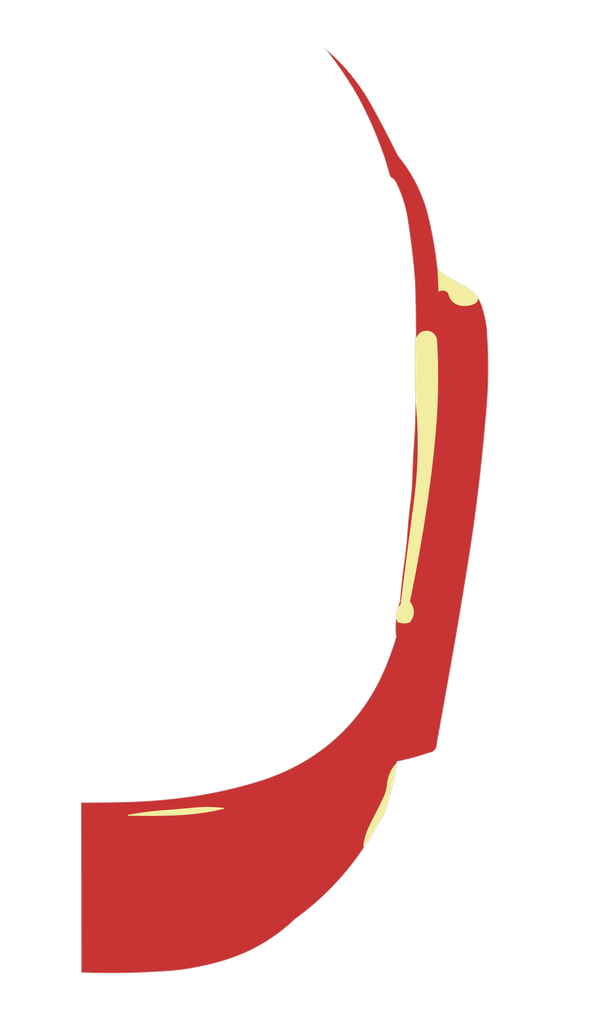
<source format=kicad_pcb>
(kicad_pcb (version 20211014) (generator pcbnew)
  (layers (0 "F.Cu" signal) (31 "B.Cu" signal) (34 "B.Paste" user) (35 "F.Paste" user) (36 "B.SilkS" user "B.Silkscreen") (37 "F.SilkS" user "F.Silkscreen") (38 "B.Mask" user) (39 "F.Mask" user) (44 "Edge.Cuts" user))
  (net 0 "")
  (gr_curve (pts (xy 328.558333 163.752777) (xy 328.754919 163.636107) (xy 329.42977 163.268688) (xy 330.322222 163.4)) (layer "F.SilkS") (width 0.2))
  (gr_curve (pts (xy 331.733333 158.461111) (xy 330.397584 157.505043) (xy 329.22427 156.547371) (xy 328.205555 155.638889)) (layer "F.SilkS") (width 0.2))
  (gr_curve (pts (xy 309.158333 352.052777) (xy 306.574361 356.871222) (xy 303.681988 361.580883) (xy 301.358333 365.152777)) (layer "F.SilkS") (width 0.35))
  (gr_curve (pts (xy 313.741667 283.697222) (xy 313.506496 283.109252) (xy 313.271282 282.521303) (xy 313.036111 281.933333)) (layer "F.SilkS") (width 0.2))
  (gr_curve (pts (xy 342.669444 166.927777) (xy 342.971149 165.810253) (xy 341.400616 164.44424) (xy 340.2 163.4)) (layer "F.SilkS") (width 0.2))
  (gr_curve (pts (xy 245.126389 350.901389) (xy 241.770241 350.84265) (xy 239.952415 351.12476) (xy 234.543055 351.606944)) (layer "F.SilkS") (width 0.35))
  (gr_curve (pts (xy 328.205555 198.677777) (xy 328.118868 204.771172) (xy 327.753602 214.718142) (xy 325.383333 232.897222)) (layer "F.SilkS") (width 0.2))
  (gr_curve (pts (xy 332.086111 164.458333) (xy 332.251389 165.243718) (xy 332.670873 166.617827) (xy 333.85 167.633333)) (layer "F.SilkS") (width 0.2))
  (gr_curve (pts (xy 323.266667 178.216666) (xy 324.20567 178.010154) (xy 325.43488 178.131497) (xy 326.441667 178.922222)) (layer "F.SilkS") (width 0.2))
  (gr_curve (pts (xy 237.0125 353.370833) (xy 238.875285 353.218474) (xy 240.540235 353.018055) (xy 240.540278 353.018055)) (layer "F.SilkS") (width 0.35))
  (gr_curve (pts (xy 320.444444 205.733333) (xy 320.020568 201.524707) (xy 319.749095 196.921349) (xy 319.738889 191.975)) (layer "F.SilkS") (width 0.2))
  (gr_curve (pts (xy 319.386111 279.463889) (xy 319.607975 281.794991) (xy 318.224597 283.414789) (xy 317.975 283.697222)) (layer "F.SilkS") (width 0.2))
  (gr_curve (pts (xy 301.923611 361.8375) (xy 302.785057 358.760276) (xy 303.842788 356.889309) (xy 305.098611 354.429166)) (layer "F.SilkS") (width 0.35))
  (gr_curve (pts (xy 326.441667 178.922222) (xy 327.593405 179.826786) (xy 327.810791 181.102052) (xy 327.852778 181.391666)) (layer "F.SilkS") (width 0.2))
  (gr_curve (pts (xy 320.797222 227.252777) (xy 321.256583 218.160471) (xy 320.860999 210.68723) (xy 320.444444 205.733333)) (layer "F.SilkS") (width 0.2))
  (gr_curve (pts (xy 215.845833 353.723611) (xy 218.820436 353.784417) (xy 229.645099 353.973423) (xy 237.0125 353.370833)) (layer "F.SilkS") (width 0.35))
  (gr_curve (pts (xy 333.85 167.633333) (xy 336.737593 170.120261) (xy 342.181619 168.734665) (xy 342.669444 166.927777)) (layer "F.SilkS") (width 0.2))
  (gr_curve (pts (xy 318.680555 247.008333) (xy 319.830614 238.341205) (xy 320.464168 233.845032) (xy 320.797222 227.252777)) (layer "F.SilkS") (width 0.2))
  (gr_curve (pts (xy 301.358333 365.152777) (xy 301.343672 364.254449) (xy 301.557096 363.146722) (xy 301.923611 361.8375)) (layer "F.SilkS") (width 0.35))
  (gr_curve (pts (xy 313.2125 335.026389) (xy 312.621709 339.270983) (xy 311.440429 344.791383) (xy 309.158333 352.052777)) (layer "F.SilkS") (width 0.35))
  (gr_curve (pts (xy 313.741667 278.758333) (xy 314.07541 278.137807) (xy 314.469228 277.674032) (xy 314.8 277.347222)) (layer "F.SilkS") (width 0.2))
  (gr_curve (pts (xy 317.975 283.697222) (xy 317.442819 283.883494) (xy 316.577368 284.109277) (xy 315.505555 284.05)) (layer "F.SilkS") (width 0.2))
  (gr_curve (pts (xy 340.2 163.4) (xy 338.46815 161.893696) (xy 336.671791 161.233078) (xy 335.613889 160.930555)) (layer "F.SilkS") (width 0.2))
  (gr_curve (pts (xy 320.091667 181.744444) (xy 320.422396 179.960735) (xy 321.679769 178.565655) (xy 323.266667 178.216666)) (layer "F.SilkS") (width 0.2))
  (gr_curve (pts (xy 225.723611 352.3125) (xy 221.535085 352.757735) (xy 218.128317 353.311685) (xy 215.845833 353.723611)) (layer "F.SilkS") (width 0.35))
  (gr_curve (pts (xy 313.036111 281.933333) (xy 313.007388 281.300081) (xy 313.043087 280.057242) (xy 313.741667 278.758333)) (layer "F.SilkS") (width 0.2))
  (gr_curve (pts (xy 328.205555 155.638889) (xy 328.323162 158.343515) (xy 328.440726 161.048151) (xy 328.558333 163.752777)) (layer "F.SilkS") (width 0.2))
  (gr_curve (pts (xy 309.684722 344.198611) (xy 310.020404 342.175048) (xy 310.006752 340.099507) (xy 311.448611 337.495833)) (layer "F.SilkS") (width 0.35))
  (gr_curve (pts (xy 325.383333 232.897222) (xy 323.915378 244.155794) (xy 321.635199 258.903193) (xy 317.975 276.288889)) (layer "F.SilkS") (width 0.2))
  (gr_curve (pts (xy 234.543055 351.606944) (xy 228.698106 352.127972) (xy 229.193726 351.943616) (xy 225.723611 352.3125)) (layer "F.SilkS") (width 0.35))
  (gr_curve (pts (xy 319.738889 191.975) (xy 319.731439 188.366327) (xy 319.863817 184.948846) (xy 320.091667 181.744444)) (layer "F.SilkS") (width 0.2))
  (gr_curve (pts (xy 314.8 277.347222) (xy 316.422338 264.200005) (xy 317.774668 253.835285) (xy 318.680555 247.008333)) (layer "F.SilkS") (width 0.2))
  (gr_curve (pts (xy 317.975 276.288889) (xy 318.31895 276.670993) (xy 319.225914 277.781002) (xy 319.386111 279.463889)) (layer "F.SilkS") (width 0.2))
  (gr_curve (pts (xy 305.098611 354.429166) (xy 307.951839 348.839693) (xy 309.37841 346.044945) (xy 309.684722 344.198611)) (layer "F.SilkS") (width 0.35))
  (gr_curve (pts (xy 240.540278 353.018055) (xy 244.735801 352.513026) (xy 248.129392 351.801334) (xy 250.418055 351.254166)) (layer "F.SilkS") (width 0.35))
  (gr_curve (pts (xy 327.852778 181.391666) (xy 328.085838 185.606762) (xy 328.306884 191.555495) (xy 328.205555 198.677777)) (layer "F.SilkS") (width 0.2))
  (gr_curve (pts (xy 335.613889 160.930555) (xy 334.404876 160.250709) (xy 333.095309 159.435954) (xy 331.733333 158.461111)) (layer "F.SilkS") (width 0.2))
  (gr_curve (pts (xy 315.505555 284.05) (xy 314.779631 284.009843) (xy 314.178634 283.85111) (xy 313.741667 283.697222)) (layer "F.SilkS") (width 0.2))
  (gr_curve (pts (xy 330.322222 163.4) (xy 331.385637 163.556461) (xy 331.971432 164.305306) (xy 332.086111 164.458333)) (layer "F.SilkS") (width 0.2))
  (gr_curve (pts (xy 250.418055 351.254166) (xy 249.198061 351.112013) (xy 247.362686 350.940512) (xy 245.126389 350.901389)) (layer "F.SilkS") (width 0.35))
  (gr_curve (pts (xy 311.448611 337.495833) (xy 312.065886 336.381215) (xy 312.736474 335.555125) (xy 313.2125 335.026389)) (layer "F.SilkS") (width 0.35))
  (gr_curve (pts (xy 345.497222 211.151389) (xy 344.825816 219.084711) (xy 343.740654 230.246799) (xy 341.969444 243.606944)) (layer "Edge.Cuts") (width 0.2))
  (gr_curve (pts (xy 319.391667 332.859722) (xy 317.288177 333.436732) (xy 315.281711 333.89915) (xy 313.394444 334.270833)) (layer "Edge.Cuts") (width 0.2))
  (gr_curve (pts (xy 267.533333 339.915277) (xy 272.38252 338.077857) (xy 284.986532 333.137612) (xy 296.108333 320.865277)) (layer "Edge.Cuts") (width 0.2))
  (gr_curve (pts (xy 321.155555 126.131944) (xy 322.599653 129.190543) (xy 323.611306 132.065475) (xy 324.330555 134.598611)) (layer "Edge.Cuts") (width 0.2))
  (gr_curve (pts (xy 305.633333 106.729166) (xy 303.602363 101.793066) (xy 301.438714 97.322446) (xy 299.283333 93.323611)) (layer "Edge.Cuts") (width 0.2))
  (gr_curve (pts (xy 315.511111 265.479166) (xy 316.001951 261.440524) (xy 316.160339 260.952311) (xy 316.569444 257.365277)) (layer "Edge.Cuts") (width 0.2))
  (gr_curve (pts (xy 312.336111 340.620833) (xy 311.821155 342.855494) (xy 311.204742 344.861379) (xy 310.572222 346.618055)) (layer "Edge.Cuts") (width 0.2))
  (gr_curve (pts (xy 324.330555 134.598611) (xy 324.828544 136.534873) (xy 325.30134 138.534406) (xy 325.741667 140.595833)) (layer "Edge.Cuts") (width 0.2))
  (gr_line (start 198.8 410.8) (end 198.7 349.0875) (layer "Edge.Cuts") (width 0.1))
  (gr_curve (pts (xy 226.611111 410.470833) (xy 224.299495 410.616948) (xy 221.94727 410.735545) (xy 219.555556 410.823611)) (layer "Edge.Cuts") (width 0.2))
  (gr_curve (pts (xy 319.920833 160.880555) (xy 319.920833 160.880523) (xy 319.491187 152.098759) (xy 317.275 137.773611)) (layer "Edge.Cuts") (width 0.2))
  (gr_curve (pts (xy 317.275 137.773611) (xy 317.146541 136.943192) (xy 316.909992 135.479479) (xy 316.442493 133.594473)) (layer "Edge.Cuts") (width 0.2))
  (gr_curve (pts (xy 341.969444 164.9375) (xy 343.766923 167.049612) (xy 344.352245 169.300035) (xy 345.144444 172.345833)) (layer "Edge.Cuts") (width 0.2))
  (gr_curve (pts (xy 313.394444 334.270833) (xy 313.195878 336.176488) (xy 312.867862 338.313394) (xy 312.336111 340.620833)) (layer "Edge.Cuts") (width 0.2))
  (gr_curve (pts (xy 314.452778 276.0625) (xy 314.639545 273.669278) (xy 314.96248 269.993361) (xy 315.511111 265.479166)) (layer "Edge.Cuts") (width 0.2))
  (gr_curve (pts (xy 316.442493 133.594473) (xy 316.200087 132.617105) (xy 315.895928 131.532637) (xy 315.511111 130.365277)) (layer "Edge.Cuts") (width 0.2))
  (gr_curve (pts (xy 313.041667 124.368055) (xy 312.900116 124.072638) (xy 312.678984 123.692752) (xy 312.336111 123.309722)) (layer "Edge.Cuts") (width 0.2))
  (gr_curve (pts (xy 327.858333 327.920833) (xy 327.870563 328.139597) (xy 327.903421 329.150581) (xy 327.152778 330.0375)) (layer "Edge.Cuts") (width 0.2))
  (gr_curve (pts (xy 307.044444 101.4375) (xy 308.829348 104.773773) (xy 311.137519 109.193432) (xy 313.747222 114.490277)) (layer "Edge.Cuts") (width 0.2))
  (gr_curve (pts (xy 219.555556 410.823611) (xy 212.678542 411.076782) (xy 206.083725 411.054647) (xy 198.8 410.8)) (layer "Edge.Cuts") (width 0.2))
  (gr_curve (pts (xy 296.108333 320.865277) (xy 304.759226 311.319499) (xy 308.584359 301.67306) (xy 310.572222 296.523611)) (layer "Edge.Cuts") (width 0.2))
  (gr_curve (pts (xy 292.580555 82.740277) (xy 290.808915 80.210232) (xy 289.034045 77.860106) (xy 287.288889 75.684722)) (layer "Edge.Cuts") (width 0.2))
  (gr_curve (pts (xy 317.627778 245.370833) (xy 318.189199 239.81342) (xy 318.398446 239.496213) (xy 318.686111 235.493055)) (layer "Edge.Cuts") (width 0.2))
  (gr_curve (pts (xy 345.144444 172.345833) (xy 345.921658 175.334066) (xy 346.148517 177.91596) (xy 346.202778 179.754166)) (layer "Edge.Cuts") (width 0.2))
  (gr_curve (pts (xy 198.7 349.0875) (xy 200.096364 349.088339) (xy 200.746346 349.089739) (xy 201.563889 349.0875)) (layer "Edge.Cuts") (width 0.2))
  (gr_curve (pts (xy 300.694444 90.501388) (xy 301.824436 92.149194) (xy 303.279945 94.401054) (xy 307.044444 101.4375)) (layer "Edge.Cuts") (width 0.2))
  (gr_curve (pts (xy 310.572222 346.618055) (xy 310.417193 348.069754) (xy 310.052745 350.053418) (xy 309.161111 352.2625)) (layer "Edge.Cuts") (width 0.2))
  (gr_curve (pts (xy 318.686111 235.493055) (xy 318.902592 232.48047) (xy 318.869175 231.476311) (xy 319.038889 227.379166)) (layer "Edge.Cuts") (width 0.2))
  (gr_curve (pts (xy 319.744444 215.384722) (xy 320.059757 209.737952) (xy 320.06768 205.82793) (xy 320.097222 199.509722)) (layer "Edge.Cuts") (width 0.2))
  (gr_curve (pts (xy 328.211111 156.118055) (xy 331.247274 158.11171) (xy 333.803448 159.647545) (xy 335.619444 160.704166)) (layer "Edge.Cuts") (width 0.2))
  (gr_curve (pts (xy 287.288889 75.684722) (xy 289.193467 77.264005) (xy 291.524375 79.367268) (xy 293.991667 82.034722)) (layer "Edge.Cuts") (width 0.2))
  (gr_curve (pts (xy 312.336111 123.309722) (xy 311.829854 122.744166) (xy 311.284237 122.424332) (xy 310.925 122.251388)) (layer "Edge.Cuts") (width 0.2))
  (gr_curve (pts (xy 319.038889 227.379166) (xy 319.276945 221.63251) (xy 319.50768 219.625031) (xy 319.744444 215.384722)) (layer "Edge.Cuts") (width 0.2))
  (gr_curve (pts (xy 306.338889 357.201389) (xy 303.168841 363.120945) (xy 298.449146 370.521269) (xy 291.522222 378.015277)) (layer "Edge.Cuts") (width 0.2))
  (gr_curve (pts (xy 291.522222 378.015277) (xy 286.216775 383.755065) (xy 280.920888 388.138669) (xy 276.352778 391.420833)) (layer "Edge.Cuts") (width 0.2))
  (gr_curve (pts (xy 309.161111 352.2625) (xy 308.292861 354.413725) (xy 307.214589 356.060459) (xy 306.338889 357.201389)) (layer "Edge.Cuts") (width 0.2))
  (gr_curve (pts (xy 268.591667 397.770833) (xy 257.864845 405.200698) (xy 247.392228 407.473255) (xy 241.427778 408.706944)) (layer "Edge.Cuts") (width 0.2))
  (gr_curve (pts (xy 313.041667 282.4125) (xy 313.324767 279.872043) (xy 313.889892 277.725749) (xy 314.452778 276.0625)) (layer "Edge.Cuts") (width 0.2))
  (gr_curve (pts (xy 313.041667 289.115277) (xy 312.842842 287.330309) (xy 312.748661 285.041926) (xy 313.041667 282.4125)) (layer "Edge.Cuts") (width 0.2))
  (gr_curve (pts (xy 320.143774 169.998086) (xy 320.069188 165.432851) (xy 320.031895 163.150238) (xy 319.920833 160.880555)) (layer "Edge.Cuts") (width 0.2))
  (gr_curve (pts (xy 299.283333 93.323611) (xy 297.365664 89.960988) (xy 295.147152 86.405558) (xy 292.580555 82.740277)) (layer "Edge.Cuts") (width 0.2))
  (gr_curve (pts (xy 276.352778 391.420833) (xy 274.647843 393.060031) (xy 272.044169 395.379485) (xy 268.591667 397.770833)) (layer "Edge.Cuts") (width 0.2))
  (gr_curve (pts (xy 310.925 122.251388) (xy 310.337051 120.252313) (xy 309.74906 118.253242) (xy 309.161111 116.254166)) (layer "Edge.Cuts") (width 0.2))
  (gr_curve (pts (xy 335.619444 160.704166) (xy 339.656924 163.053345) (xy 340.656949 163.395292) (xy 341.969444 164.9375)) (layer "Edge.Cuts") (width 0.2))
  (gr_curve (pts (xy 259.772222 342.384722) (xy 263.021335 341.453685) (xy 264.875184 340.922473) (xy 267.533333 339.915277)) (layer "Edge.Cuts") (width 0.2))
  (gr_curve (pts (xy 325.036111 331.095833) (xy 323.289534 331.709814) (xy 321.406014 332.307172) (xy 319.391667 332.859722)) (layer "Edge.Cuts") (width 0.2))
  (gr_curve (pts (xy 331.033333 310.281944) (xy 329.698832 317.773993) (xy 328.58822 323.908309) (xy 327.858333 327.920833)) (layer "Edge.Cuts") (width 0.2))
  (gr_curve (pts (xy 346.202778 179.754166) (xy 346.450609 183.75698) (xy 346.583676 187.997892) (xy 346.555556 192.454166)) (layer "Edge.Cuts") (width 0.2))
  (gr_curve (pts (xy 241.427778 408.706944) (xy 237.806315 409.456037) (xy 232.754491 410.260338) (xy 226.611111 410.470833)) (layer "Edge.Cuts") (width 0.2))
  (gr_curve (pts (xy 309.161111 116.254166) (xy 308.158028 113.21802) (xy 306.992208 110.03178) (xy 305.633333 106.729166)) (layer "Edge.Cuts") (width 0.2))
  (gr_curve (pts (xy 320.097222 199.509722) (xy 320.147736 188.702985) (xy 320.320206 180.794768) (xy 320.143774 169.998086)) (layer "Edge.Cuts") (width 0.2))
  (gr_curve (pts (xy 293.991667 82.034722) (xy 294.906038 83.023292) (xy 297.611041 86.004958) (xy 300.694444 90.501388)) (layer "Edge.Cuts") (width 0.2))
  (gr_curve (pts (xy 313.747222 114.490277) (xy 316.109912 117.344028) (xy 318.830202 121.206873) (xy 321.155555 126.131944)) (layer "Edge.Cuts") (width 0.2))
  (gr_curve (pts (xy 346.555556 192.454166) (xy 346.513138 199.17446) (xy 346.110191 205.429839) (xy 345.497222 211.151389)) (layer "Edge.Cuts") (width 0.2))
  (gr_curve (pts (xy 327.152778 330.0375) (xy 326.341673 330.995861) (xy 325.229941 331.083754) (xy 325.036111 331.095833)) (layer "Edge.Cuts") (width 0.2))
  (gr_curve (pts (xy 201.563889 349.0875) (xy 217.314349 349.044544) (xy 237.176487 348.859477) (xy 259.772222 342.384722)) (layer "Edge.Cuts") (width 0.2))
  (gr_curve (pts (xy 341.969444 243.606944) (xy 340.616254 253.813879) (xy 339.396733 261.274987) (xy 337.383333 273.593055)) (layer "Edge.Cuts") (width 0.2))
  (gr_curve (pts (xy 337.383333 273.593055) (xy 335.321271 286.208736) (xy 333.452178 296.70211) (xy 331.033333 310.281944)) (layer "Edge.Cuts") (width 0.2))
  (gr_curve (pts (xy 310.572222 296.523611) (xy 311.719525 293.551548) (xy 312.513017 290.988957) (xy 313.041667 289.115277)) (layer "Edge.Cuts") (width 0.2))
  (gr_curve (pts (xy 315.511111 130.365277) (xy 314.672359 127.820773) (xy 313.746619 125.78063) (xy 313.041667 124.368055)) (layer "Edge.Cuts") (width 0.2))
  (gr_curve (pts (xy 325.741667 140.595833) (xy 326.908391 146.058096) (xy 327.697447 151.254722) (xy 328.211111 156.118055)) (layer "Edge.Cuts") (width 0.2))
  (gr_curve (pts (xy 316.569444 257.365277) (xy 317.179399 252.017025) (xy 316.997885 251.605874) (xy 317.627778 245.370833)) (layer "Edge.Cuts") (width 0.2))
  (zone (net 0) (net_name "") (layer "F.Cu") (connect_pads (clearance 0)) (min_thickness 0.0254) (fill yes (thermal_gap 0.254) (thermal_bridge_width 0.254))
    (polygon (pts (xy 387.1 427) (xy 170.1 429.4) (xy 169.3 59.9) (xy 383.9 58.1)))
  )
  (zone (net 0) (net_name "") (layer "F.SilkS") (connect_pads (clearance 0)) (min_thickness 0.0254) (fill yes (thermal_gap 0.254) (thermal_bridge_width 0.254))
    (polygon (pts (xy 312.4 339.7) (xy 311.5 343.7) (xy 310.9 346) (xy 310.3 348.5) (xy 309.158333 352.052777) (xy 307.3 355.4) (xy 306.2 357.2) (xy 304.4 360.3) (xy 302.2 363.9) (xy 301.358333 365.152777) (xy 301.358333 364.2) (xy 301.9 362) (xy 302.9 359) (xy 303.7 357.2) (xy 305 354.5) (xy 306.6 351.6) (xy 307.9 348.8) (xy 309.2 345.9) (xy 309.684722 344.198611) (xy 309.9 342.3) (xy 310.3 340.1) (xy 311.1 338) (xy 312.5 335.9) (xy 313.2125 335.026389)))
  )
  (zone (net 0) (net_name "") (layer "F.SilkS") (connect_pads (clearance 0)) (min_thickness 0.0254) (fill yes (thermal_gap 0.254) (thermal_bridge_width 0.254))
    (polygon (pts (xy 248.558333 351.052777) (xy 250.258333 351.252777) (xy 248.358333 351.752777) (xy 244.658333 352.452777) (xy 239.858333 353.018055) (xy 235.258333 353.452777) (xy 230.958333 353.752777) (xy 222.658333 353.752777) (xy 216.158333 353.652777) (xy 222.858333 352.552777) (xy 228.358333 351.952777) (xy 231.158333 351.952777) (xy 236.458333 351.452777) (xy 240.458333 351.052777) (xy 242.658333 350.952777)))
  )
  (zone (net 0) (net_name "") (layer "F.SilkS") (connect_pads (clearance 0)) (min_thickness 0.0254) (fill yes (thermal_gap 0.254) (thermal_bridge_width 0.254))
    (polygon (pts (xy 329.6 156.8) (xy 331 157.9) (xy 332.3 158.9) (xy 333.4 159.6) (xy 335.613889 160.930555) (xy 336.1 161.1) (xy 336.6 161.3) (xy 337.3 161.6) (xy 338.3 162.1) (xy 340.1 163.3) (xy 340.8 163.9) (xy 342 165.1) (xy 342.6 166.1) (xy 342.7 166.7) (xy 342.4 167.5) (xy 341.4 168.2) (xy 340.2 168.7) (xy 338.6 169) (xy 337.1 169) (xy 336 168.8) (xy 334.3 168) (xy 333.2 167) (xy 332.4 165.7) (xy 332.086111 164.458333) (xy 331.5 163.9) (xy 330.9 163.5) (xy 330 163.4) (xy 329.3 163.4) (xy 328.558333 163.752777) (xy 328.205555 155.638889)))
  )
  (zone (net 0) (net_name "") (layer "F.SilkS") (connect_pads (clearance 0)) (min_thickness 0.0254) (fill yes (thermal_gap 0.254) (thermal_bridge_width 0.254))
    (polygon (pts (xy 325.5 178.4) (xy 326.441667 178.922222) (xy 327.1 179.5) (xy 327.6 180.5) (xy 327.852778 181.391666) (xy 327.9 182.5) (xy 328.2 189.3) (xy 328.2 195.6) (xy 328.1 201.8) (xy 328 205.8) (xy 327.6 211.3) (xy 327.2 216.9) (xy 326.8 221.2) (xy 326.3 225.4) (xy 325.8 229.9) (xy 325.2 234.4) (xy 324.5 239.6) (xy 323.7 244.6) (xy 322.9 250.2) (xy 320.9 261.4) (xy 320 266.3) (xy 318.8 272.3) (xy 317.975 276.288889) (xy 318.3 276.8) (xy 318.8 277.5) (xy 319.2 278.5) (xy 319.4 279.9) (xy 319.3 281.2) (xy 318.8 282.5) (xy 318.1 283.6) (xy 316.9 284) (xy 315.505555 284.05) (xy 313.741667 283.697222) (xy 313.1 282.3) (xy 313 281.4) (xy 313.1 280.4) (xy 313.5 279.3) (xy 314.1 278.1) (xy 314.8 277.347222) (xy 315.1 274.6) (xy 315.6 270.8) (xy 316.5 263.9) (xy 317.3 257.3) (xy 318.1 251.8) (xy 318.8 246.5) (xy 319.5 240.9) (xy 320.2 235.4) (xy 320.5 231.5) (xy 320.9 226.2) (xy 321 221.2) (xy 321 216.3) (xy 320.8 210.3) (xy 320.4 205.3) (xy 320 201.1) (xy 319.8 196.7) (xy 319.7 191) (xy 319.8 187.6) (xy 320 183.5) (xy 320.091667 181.9) (xy 320.2 181.3) (xy 320.5 180.4) (xy 321 179.7) (xy 321.5 179.1) (xy 322.4 178.5) (xy 323.1 178.216666) (xy 323.9 178.1) (xy 324.6 178.1)))
  )
)
</source>
